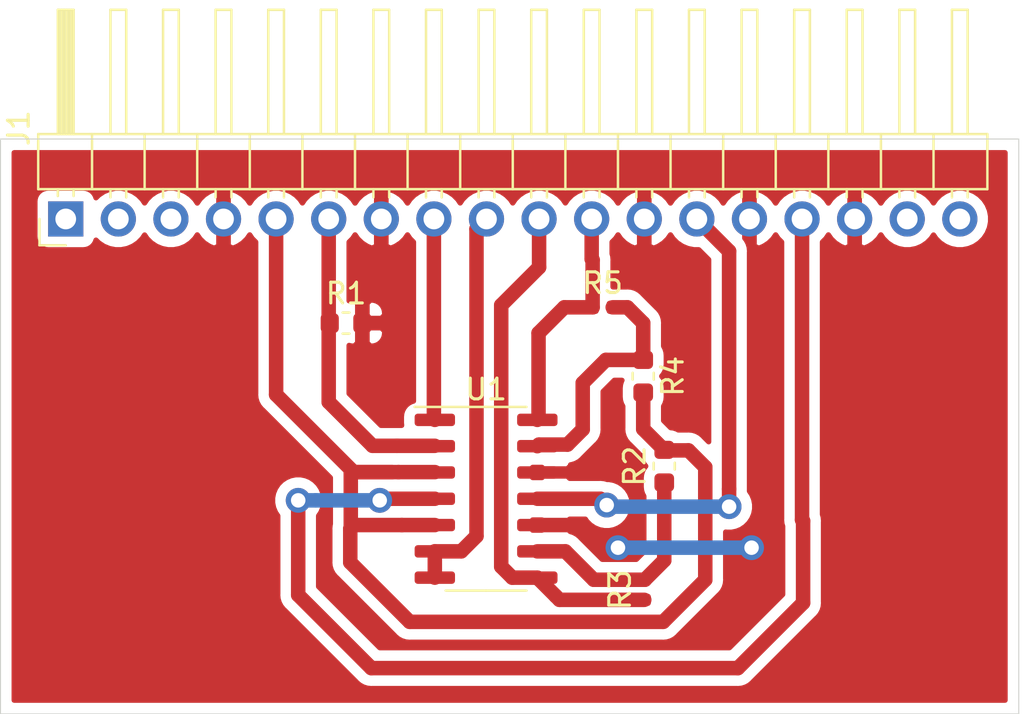
<source format=kicad_pcb>
(kicad_pcb (version 20171130) (host pcbnew 5.1.5+dfsg1-2build2)

  (general
    (thickness 1.6)
    (drawings 4)
    (tracks 89)
    (zones 0)
    (modules 7)
    (nets 17)
  )

  (page A4)
  (layers
    (0 F.Cu signal)
    (31 B.Cu signal)
    (32 B.Adhes user)
    (33 F.Adhes user)
    (34 B.Paste user)
    (35 F.Paste user)
    (36 B.SilkS user)
    (37 F.SilkS user)
    (38 B.Mask user)
    (39 F.Mask user)
    (40 Dwgs.User user)
    (41 Cmts.User user)
    (42 Eco1.User user)
    (43 Eco2.User user)
    (44 Edge.Cuts user)
    (45 Margin user)
    (46 B.CrtYd user)
    (47 F.CrtYd user)
    (48 B.Fab user)
    (49 F.Fab user)
  )

  (setup
    (last_trace_width 0.7)
    (user_trace_width 0.7)
    (trace_clearance 0.2)
    (zone_clearance 0.508)
    (zone_45_only no)
    (trace_min 0.2)
    (via_size 0.8)
    (via_drill 0.4)
    (via_min_size 0.4)
    (via_min_drill 0.3)
    (user_via 1.2 0.7)
    (uvia_size 0.3)
    (uvia_drill 0.1)
    (uvias_allowed no)
    (uvia_min_size 0.2)
    (uvia_min_drill 0.1)
    (edge_width 0.05)
    (segment_width 0.2)
    (pcb_text_width 0.3)
    (pcb_text_size 1.5 1.5)
    (mod_edge_width 0.12)
    (mod_text_size 1 1)
    (mod_text_width 0.15)
    (pad_size 1.524 1.524)
    (pad_drill 0.762)
    (pad_to_mask_clearance 0.051)
    (solder_mask_min_width 0.25)
    (aux_axis_origin 0 0)
    (visible_elements FFFFFF7F)
    (pcbplotparams
      (layerselection 0x010fc_ffffffff)
      (usegerberextensions false)
      (usegerberattributes false)
      (usegerberadvancedattributes false)
      (creategerberjobfile false)
      (excludeedgelayer true)
      (linewidth 0.100000)
      (plotframeref false)
      (viasonmask false)
      (mode 1)
      (useauxorigin false)
      (hpglpennumber 1)
      (hpglpenspeed 20)
      (hpglpendiameter 15.000000)
      (psnegative false)
      (psa4output false)
      (plotreference true)
      (plotvalue true)
      (plotinvisibletext false)
      (padsonsilk false)
      (subtractmaskfromsilk false)
      (outputformat 1)
      (mirror false)
      (drillshape 0)
      (scaleselection 1)
      (outputdirectory "gerber_CMS_Ampli"))
  )

  (net 0 "")
  (net 1 "Net-(J1-Pad1)")
  (net 2 "Net-(J1-Pad2)")
  (net 3 "Net-(J1-Pad3)")
  (net 4 GND)
  (net 5 IN1)
  (net 6 IN2)
  (net 7 OUT1)
  (net 8 OUT2)
  (net 9 OUT3)
  (net 10 OUT4)
  (net 11 -15V)
  (net 12 +15V)
  (net 13 5V)
  (net 14 3.3V)
  (net 15 "Net-(R2-Pad1)")
  (net 16 "Net-(R4-Pad1)")

  (net_class Default "Ceci est la Netclass par défaut."
    (clearance 0.2)
    (trace_width 0.25)
    (via_dia 0.8)
    (via_drill 0.4)
    (uvia_dia 0.3)
    (uvia_drill 0.1)
    (add_net +15V)
    (add_net -15V)
    (add_net 3.3V)
    (add_net 5V)
    (add_net GND)
    (add_net IN1)
    (add_net IN2)
    (add_net "Net-(J1-Pad1)")
    (add_net "Net-(J1-Pad2)")
    (add_net "Net-(J1-Pad3)")
    (add_net "Net-(R2-Pad1)")
    (add_net "Net-(R4-Pad1)")
    (add_net OUT1)
    (add_net OUT2)
    (add_net OUT3)
    (add_net OUT4)
  )

  (module Connector_PinHeader_2.54mm:PinHeader_1x18_P2.54mm_Horizontal (layer F.Cu) (tedit 59FED5CB) (tstamp 63404B4B)
    (at 126.365 97.79 90)
    (descr "Through hole angled pin header, 1x18, 2.54mm pitch, 6mm pin length, single row")
    (tags "Through hole angled pin header THT 1x18 2.54mm single row")
    (path /6341CD59)
    (fp_text reference J1 (at 4.385 -2.27 90) (layer F.SilkS)
      (effects (font (size 1 1) (thickness 0.15)))
    )
    (fp_text value Conn_01x18 (at 4.385 45.45 90) (layer F.Fab)
      (effects (font (size 1 1) (thickness 0.15)))
    )
    (fp_line (start 2.135 -1.27) (end 4.04 -1.27) (layer F.Fab) (width 0.1))
    (fp_line (start 4.04 -1.27) (end 4.04 44.45) (layer F.Fab) (width 0.1))
    (fp_line (start 4.04 44.45) (end 1.5 44.45) (layer F.Fab) (width 0.1))
    (fp_line (start 1.5 44.45) (end 1.5 -0.635) (layer F.Fab) (width 0.1))
    (fp_line (start 1.5 -0.635) (end 2.135 -1.27) (layer F.Fab) (width 0.1))
    (fp_line (start -0.32 -0.32) (end 1.5 -0.32) (layer F.Fab) (width 0.1))
    (fp_line (start -0.32 -0.32) (end -0.32 0.32) (layer F.Fab) (width 0.1))
    (fp_line (start -0.32 0.32) (end 1.5 0.32) (layer F.Fab) (width 0.1))
    (fp_line (start 4.04 -0.32) (end 10.04 -0.32) (layer F.Fab) (width 0.1))
    (fp_line (start 10.04 -0.32) (end 10.04 0.32) (layer F.Fab) (width 0.1))
    (fp_line (start 4.04 0.32) (end 10.04 0.32) (layer F.Fab) (width 0.1))
    (fp_line (start -0.32 2.22) (end 1.5 2.22) (layer F.Fab) (width 0.1))
    (fp_line (start -0.32 2.22) (end -0.32 2.86) (layer F.Fab) (width 0.1))
    (fp_line (start -0.32 2.86) (end 1.5 2.86) (layer F.Fab) (width 0.1))
    (fp_line (start 4.04 2.22) (end 10.04 2.22) (layer F.Fab) (width 0.1))
    (fp_line (start 10.04 2.22) (end 10.04 2.86) (layer F.Fab) (width 0.1))
    (fp_line (start 4.04 2.86) (end 10.04 2.86) (layer F.Fab) (width 0.1))
    (fp_line (start -0.32 4.76) (end 1.5 4.76) (layer F.Fab) (width 0.1))
    (fp_line (start -0.32 4.76) (end -0.32 5.4) (layer F.Fab) (width 0.1))
    (fp_line (start -0.32 5.4) (end 1.5 5.4) (layer F.Fab) (width 0.1))
    (fp_line (start 4.04 4.76) (end 10.04 4.76) (layer F.Fab) (width 0.1))
    (fp_line (start 10.04 4.76) (end 10.04 5.4) (layer F.Fab) (width 0.1))
    (fp_line (start 4.04 5.4) (end 10.04 5.4) (layer F.Fab) (width 0.1))
    (fp_line (start -0.32 7.3) (end 1.5 7.3) (layer F.Fab) (width 0.1))
    (fp_line (start -0.32 7.3) (end -0.32 7.94) (layer F.Fab) (width 0.1))
    (fp_line (start -0.32 7.94) (end 1.5 7.94) (layer F.Fab) (width 0.1))
    (fp_line (start 4.04 7.3) (end 10.04 7.3) (layer F.Fab) (width 0.1))
    (fp_line (start 10.04 7.3) (end 10.04 7.94) (layer F.Fab) (width 0.1))
    (fp_line (start 4.04 7.94) (end 10.04 7.94) (layer F.Fab) (width 0.1))
    (fp_line (start -0.32 9.84) (end 1.5 9.84) (layer F.Fab) (width 0.1))
    (fp_line (start -0.32 9.84) (end -0.32 10.48) (layer F.Fab) (width 0.1))
    (fp_line (start -0.32 10.48) (end 1.5 10.48) (layer F.Fab) (width 0.1))
    (fp_line (start 4.04 9.84) (end 10.04 9.84) (layer F.Fab) (width 0.1))
    (fp_line (start 10.04 9.84) (end 10.04 10.48) (layer F.Fab) (width 0.1))
    (fp_line (start 4.04 10.48) (end 10.04 10.48) (layer F.Fab) (width 0.1))
    (fp_line (start -0.32 12.38) (end 1.5 12.38) (layer F.Fab) (width 0.1))
    (fp_line (start -0.32 12.38) (end -0.32 13.02) (layer F.Fab) (width 0.1))
    (fp_line (start -0.32 13.02) (end 1.5 13.02) (layer F.Fab) (width 0.1))
    (fp_line (start 4.04 12.38) (end 10.04 12.38) (layer F.Fab) (width 0.1))
    (fp_line (start 10.04 12.38) (end 10.04 13.02) (layer F.Fab) (width 0.1))
    (fp_line (start 4.04 13.02) (end 10.04 13.02) (layer F.Fab) (width 0.1))
    (fp_line (start -0.32 14.92) (end 1.5 14.92) (layer F.Fab) (width 0.1))
    (fp_line (start -0.32 14.92) (end -0.32 15.56) (layer F.Fab) (width 0.1))
    (fp_line (start -0.32 15.56) (end 1.5 15.56) (layer F.Fab) (width 0.1))
    (fp_line (start 4.04 14.92) (end 10.04 14.92) (layer F.Fab) (width 0.1))
    (fp_line (start 10.04 14.92) (end 10.04 15.56) (layer F.Fab) (width 0.1))
    (fp_line (start 4.04 15.56) (end 10.04 15.56) (layer F.Fab) (width 0.1))
    (fp_line (start -0.32 17.46) (end 1.5 17.46) (layer F.Fab) (width 0.1))
    (fp_line (start -0.32 17.46) (end -0.32 18.1) (layer F.Fab) (width 0.1))
    (fp_line (start -0.32 18.1) (end 1.5 18.1) (layer F.Fab) (width 0.1))
    (fp_line (start 4.04 17.46) (end 10.04 17.46) (layer F.Fab) (width 0.1))
    (fp_line (start 10.04 17.46) (end 10.04 18.1) (layer F.Fab) (width 0.1))
    (fp_line (start 4.04 18.1) (end 10.04 18.1) (layer F.Fab) (width 0.1))
    (fp_line (start -0.32 20) (end 1.5 20) (layer F.Fab) (width 0.1))
    (fp_line (start -0.32 20) (end -0.32 20.64) (layer F.Fab) (width 0.1))
    (fp_line (start -0.32 20.64) (end 1.5 20.64) (layer F.Fab) (width 0.1))
    (fp_line (start 4.04 20) (end 10.04 20) (layer F.Fab) (width 0.1))
    (fp_line (start 10.04 20) (end 10.04 20.64) (layer F.Fab) (width 0.1))
    (fp_line (start 4.04 20.64) (end 10.04 20.64) (layer F.Fab) (width 0.1))
    (fp_line (start -0.32 22.54) (end 1.5 22.54) (layer F.Fab) (width 0.1))
    (fp_line (start -0.32 22.54) (end -0.32 23.18) (layer F.Fab) (width 0.1))
    (fp_line (start -0.32 23.18) (end 1.5 23.18) (layer F.Fab) (width 0.1))
    (fp_line (start 4.04 22.54) (end 10.04 22.54) (layer F.Fab) (width 0.1))
    (fp_line (start 10.04 22.54) (end 10.04 23.18) (layer F.Fab) (width 0.1))
    (fp_line (start 4.04 23.18) (end 10.04 23.18) (layer F.Fab) (width 0.1))
    (fp_line (start -0.32 25.08) (end 1.5 25.08) (layer F.Fab) (width 0.1))
    (fp_line (start -0.32 25.08) (end -0.32 25.72) (layer F.Fab) (width 0.1))
    (fp_line (start -0.32 25.72) (end 1.5 25.72) (layer F.Fab) (width 0.1))
    (fp_line (start 4.04 25.08) (end 10.04 25.08) (layer F.Fab) (width 0.1))
    (fp_line (start 10.04 25.08) (end 10.04 25.72) (layer F.Fab) (width 0.1))
    (fp_line (start 4.04 25.72) (end 10.04 25.72) (layer F.Fab) (width 0.1))
    (fp_line (start -0.32 27.62) (end 1.5 27.62) (layer F.Fab) (width 0.1))
    (fp_line (start -0.32 27.62) (end -0.32 28.26) (layer F.Fab) (width 0.1))
    (fp_line (start -0.32 28.26) (end 1.5 28.26) (layer F.Fab) (width 0.1))
    (fp_line (start 4.04 27.62) (end 10.04 27.62) (layer F.Fab) (width 0.1))
    (fp_line (start 10.04 27.62) (end 10.04 28.26) (layer F.Fab) (width 0.1))
    (fp_line (start 4.04 28.26) (end 10.04 28.26) (layer F.Fab) (width 0.1))
    (fp_line (start -0.32 30.16) (end 1.5 30.16) (layer F.Fab) (width 0.1))
    (fp_line (start -0.32 30.16) (end -0.32 30.8) (layer F.Fab) (width 0.1))
    (fp_line (start -0.32 30.8) (end 1.5 30.8) (layer F.Fab) (width 0.1))
    (fp_line (start 4.04 30.16) (end 10.04 30.16) (layer F.Fab) (width 0.1))
    (fp_line (start 10.04 30.16) (end 10.04 30.8) (layer F.Fab) (width 0.1))
    (fp_line (start 4.04 30.8) (end 10.04 30.8) (layer F.Fab) (width 0.1))
    (fp_line (start -0.32 32.7) (end 1.5 32.7) (layer F.Fab) (width 0.1))
    (fp_line (start -0.32 32.7) (end -0.32 33.34) (layer F.Fab) (width 0.1))
    (fp_line (start -0.32 33.34) (end 1.5 33.34) (layer F.Fab) (width 0.1))
    (fp_line (start 4.04 32.7) (end 10.04 32.7) (layer F.Fab) (width 0.1))
    (fp_line (start 10.04 32.7) (end 10.04 33.34) (layer F.Fab) (width 0.1))
    (fp_line (start 4.04 33.34) (end 10.04 33.34) (layer F.Fab) (width 0.1))
    (fp_line (start -0.32 35.24) (end 1.5 35.24) (layer F.Fab) (width 0.1))
    (fp_line (start -0.32 35.24) (end -0.32 35.88) (layer F.Fab) (width 0.1))
    (fp_line (start -0.32 35.88) (end 1.5 35.88) (layer F.Fab) (width 0.1))
    (fp_line (start 4.04 35.24) (end 10.04 35.24) (layer F.Fab) (width 0.1))
    (fp_line (start 10.04 35.24) (end 10.04 35.88) (layer F.Fab) (width 0.1))
    (fp_line (start 4.04 35.88) (end 10.04 35.88) (layer F.Fab) (width 0.1))
    (fp_line (start -0.32 37.78) (end 1.5 37.78) (layer F.Fab) (width 0.1))
    (fp_line (start -0.32 37.78) (end -0.32 38.42) (layer F.Fab) (width 0.1))
    (fp_line (start -0.32 38.42) (end 1.5 38.42) (layer F.Fab) (width 0.1))
    (fp_line (start 4.04 37.78) (end 10.04 37.78) (layer F.Fab) (width 0.1))
    (fp_line (start 10.04 37.78) (end 10.04 38.42) (layer F.Fab) (width 0.1))
    (fp_line (start 4.04 38.42) (end 10.04 38.42) (layer F.Fab) (width 0.1))
    (fp_line (start -0.32 40.32) (end 1.5 40.32) (layer F.Fab) (width 0.1))
    (fp_line (start -0.32 40.32) (end -0.32 40.96) (layer F.Fab) (width 0.1))
    (fp_line (start -0.32 40.96) (end 1.5 40.96) (layer F.Fab) (width 0.1))
    (fp_line (start 4.04 40.32) (end 10.04 40.32) (layer F.Fab) (width 0.1))
    (fp_line (start 10.04 40.32) (end 10.04 40.96) (layer F.Fab) (width 0.1))
    (fp_line (start 4.04 40.96) (end 10.04 40.96) (layer F.Fab) (width 0.1))
    (fp_line (start -0.32 42.86) (end 1.5 42.86) (layer F.Fab) (width 0.1))
    (fp_line (start -0.32 42.86) (end -0.32 43.5) (layer F.Fab) (width 0.1))
    (fp_line (start -0.32 43.5) (end 1.5 43.5) (layer F.Fab) (width 0.1))
    (fp_line (start 4.04 42.86) (end 10.04 42.86) (layer F.Fab) (width 0.1))
    (fp_line (start 10.04 42.86) (end 10.04 43.5) (layer F.Fab) (width 0.1))
    (fp_line (start 4.04 43.5) (end 10.04 43.5) (layer F.Fab) (width 0.1))
    (fp_line (start 1.44 -1.33) (end 1.44 44.51) (layer F.SilkS) (width 0.12))
    (fp_line (start 1.44 44.51) (end 4.1 44.51) (layer F.SilkS) (width 0.12))
    (fp_line (start 4.1 44.51) (end 4.1 -1.33) (layer F.SilkS) (width 0.12))
    (fp_line (start 4.1 -1.33) (end 1.44 -1.33) (layer F.SilkS) (width 0.12))
    (fp_line (start 4.1 -0.38) (end 10.1 -0.38) (layer F.SilkS) (width 0.12))
    (fp_line (start 10.1 -0.38) (end 10.1 0.38) (layer F.SilkS) (width 0.12))
    (fp_line (start 10.1 0.38) (end 4.1 0.38) (layer F.SilkS) (width 0.12))
    (fp_line (start 4.1 -0.32) (end 10.1 -0.32) (layer F.SilkS) (width 0.12))
    (fp_line (start 4.1 -0.2) (end 10.1 -0.2) (layer F.SilkS) (width 0.12))
    (fp_line (start 4.1 -0.08) (end 10.1 -0.08) (layer F.SilkS) (width 0.12))
    (fp_line (start 4.1 0.04) (end 10.1 0.04) (layer F.SilkS) (width 0.12))
    (fp_line (start 4.1 0.16) (end 10.1 0.16) (layer F.SilkS) (width 0.12))
    (fp_line (start 4.1 0.28) (end 10.1 0.28) (layer F.SilkS) (width 0.12))
    (fp_line (start 1.11 -0.38) (end 1.44 -0.38) (layer F.SilkS) (width 0.12))
    (fp_line (start 1.11 0.38) (end 1.44 0.38) (layer F.SilkS) (width 0.12))
    (fp_line (start 1.44 1.27) (end 4.1 1.27) (layer F.SilkS) (width 0.12))
    (fp_line (start 4.1 2.16) (end 10.1 2.16) (layer F.SilkS) (width 0.12))
    (fp_line (start 10.1 2.16) (end 10.1 2.92) (layer F.SilkS) (width 0.12))
    (fp_line (start 10.1 2.92) (end 4.1 2.92) (layer F.SilkS) (width 0.12))
    (fp_line (start 1.042929 2.16) (end 1.44 2.16) (layer F.SilkS) (width 0.12))
    (fp_line (start 1.042929 2.92) (end 1.44 2.92) (layer F.SilkS) (width 0.12))
    (fp_line (start 1.44 3.81) (end 4.1 3.81) (layer F.SilkS) (width 0.12))
    (fp_line (start 4.1 4.7) (end 10.1 4.7) (layer F.SilkS) (width 0.12))
    (fp_line (start 10.1 4.7) (end 10.1 5.46) (layer F.SilkS) (width 0.12))
    (fp_line (start 10.1 5.46) (end 4.1 5.46) (layer F.SilkS) (width 0.12))
    (fp_line (start 1.042929 4.7) (end 1.44 4.7) (layer F.SilkS) (width 0.12))
    (fp_line (start 1.042929 5.46) (end 1.44 5.46) (layer F.SilkS) (width 0.12))
    (fp_line (start 1.44 6.35) (end 4.1 6.35) (layer F.SilkS) (width 0.12))
    (fp_line (start 4.1 7.24) (end 10.1 7.24) (layer F.SilkS) (width 0.12))
    (fp_line (start 10.1 7.24) (end 10.1 8) (layer F.SilkS) (width 0.12))
    (fp_line (start 10.1 8) (end 4.1 8) (layer F.SilkS) (width 0.12))
    (fp_line (start 1.042929 7.24) (end 1.44 7.24) (layer F.SilkS) (width 0.12))
    (fp_line (start 1.042929 8) (end 1.44 8) (layer F.SilkS) (width 0.12))
    (fp_line (start 1.44 8.89) (end 4.1 8.89) (layer F.SilkS) (width 0.12))
    (fp_line (start 4.1 9.78) (end 10.1 9.78) (layer F.SilkS) (width 0.12))
    (fp_line (start 10.1 9.78) (end 10.1 10.54) (layer F.SilkS) (width 0.12))
    (fp_line (start 10.1 10.54) (end 4.1 10.54) (layer F.SilkS) (width 0.12))
    (fp_line (start 1.042929 9.78) (end 1.44 9.78) (layer F.SilkS) (width 0.12))
    (fp_line (start 1.042929 10.54) (end 1.44 10.54) (layer F.SilkS) (width 0.12))
    (fp_line (start 1.44 11.43) (end 4.1 11.43) (layer F.SilkS) (width 0.12))
    (fp_line (start 4.1 12.32) (end 10.1 12.32) (layer F.SilkS) (width 0.12))
    (fp_line (start 10.1 12.32) (end 10.1 13.08) (layer F.SilkS) (width 0.12))
    (fp_line (start 10.1 13.08) (end 4.1 13.08) (layer F.SilkS) (width 0.12))
    (fp_line (start 1.042929 12.32) (end 1.44 12.32) (layer F.SilkS) (width 0.12))
    (fp_line (start 1.042929 13.08) (end 1.44 13.08) (layer F.SilkS) (width 0.12))
    (fp_line (start 1.44 13.97) (end 4.1 13.97) (layer F.SilkS) (width 0.12))
    (fp_line (start 4.1 14.86) (end 10.1 14.86) (layer F.SilkS) (width 0.12))
    (fp_line (start 10.1 14.86) (end 10.1 15.62) (layer F.SilkS) (width 0.12))
    (fp_line (start 10.1 15.62) (end 4.1 15.62) (layer F.SilkS) (width 0.12))
    (fp_line (start 1.042929 14.86) (end 1.44 14.86) (layer F.SilkS) (width 0.12))
    (fp_line (start 1.042929 15.62) (end 1.44 15.62) (layer F.SilkS) (width 0.12))
    (fp_line (start 1.44 16.51) (end 4.1 16.51) (layer F.SilkS) (width 0.12))
    (fp_line (start 4.1 17.4) (end 10.1 17.4) (layer F.SilkS) (width 0.12))
    (fp_line (start 10.1 17.4) (end 10.1 18.16) (layer F.SilkS) (width 0.12))
    (fp_line (start 10.1 18.16) (end 4.1 18.16) (layer F.SilkS) (width 0.12))
    (fp_line (start 1.042929 17.4) (end 1.44 17.4) (layer F.SilkS) (width 0.12))
    (fp_line (start 1.042929 18.16) (end 1.44 18.16) (layer F.SilkS) (width 0.12))
    (fp_line (start 1.44 19.05) (end 4.1 19.05) (layer F.SilkS) (width 0.12))
    (fp_line (start 4.1 19.94) (end 10.1 19.94) (layer F.SilkS) (width 0.12))
    (fp_line (start 10.1 19.94) (end 10.1 20.7) (layer F.SilkS) (width 0.12))
    (fp_line (start 10.1 20.7) (end 4.1 20.7) (layer F.SilkS) (width 0.12))
    (fp_line (start 1.042929 19.94) (end 1.44 19.94) (layer F.SilkS) (width 0.12))
    (fp_line (start 1.042929 20.7) (end 1.44 20.7) (layer F.SilkS) (width 0.12))
    (fp_line (start 1.44 21.59) (end 4.1 21.59) (layer F.SilkS) (width 0.12))
    (fp_line (start 4.1 22.48) (end 10.1 22.48) (layer F.SilkS) (width 0.12))
    (fp_line (start 10.1 22.48) (end 10.1 23.24) (layer F.SilkS) (width 0.12))
    (fp_line (start 10.1 23.24) (end 4.1 23.24) (layer F.SilkS) (width 0.12))
    (fp_line (start 1.042929 22.48) (end 1.44 22.48) (layer F.SilkS) (width 0.12))
    (fp_line (start 1.042929 23.24) (end 1.44 23.24) (layer F.SilkS) (width 0.12))
    (fp_line (start 1.44 24.13) (end 4.1 24.13) (layer F.SilkS) (width 0.12))
    (fp_line (start 4.1 25.02) (end 10.1 25.02) (layer F.SilkS) (width 0.12))
    (fp_line (start 10.1 25.02) (end 10.1 25.78) (layer F.SilkS) (width 0.12))
    (fp_line (start 10.1 25.78) (end 4.1 25.78) (layer F.SilkS) (width 0.12))
    (fp_line (start 1.042929 25.02) (end 1.44 25.02) (layer F.SilkS) (width 0.12))
    (fp_line (start 1.042929 25.78) (end 1.44 25.78) (layer F.SilkS) (width 0.12))
    (fp_line (start 1.44 26.67) (end 4.1 26.67) (layer F.SilkS) (width 0.12))
    (fp_line (start 4.1 27.56) (end 10.1 27.56) (layer F.SilkS) (width 0.12))
    (fp_line (start 10.1 27.56) (end 10.1 28.32) (layer F.SilkS) (width 0.12))
    (fp_line (start 10.1 28.32) (end 4.1 28.32) (layer F.SilkS) (width 0.12))
    (fp_line (start 1.042929 27.56) (end 1.44 27.56) (layer F.SilkS) (width 0.12))
    (fp_line (start 1.042929 28.32) (end 1.44 28.32) (layer F.SilkS) (width 0.12))
    (fp_line (start 1.44 29.21) (end 4.1 29.21) (layer F.SilkS) (width 0.12))
    (fp_line (start 4.1 30.1) (end 10.1 30.1) (layer F.SilkS) (width 0.12))
    (fp_line (start 10.1 30.1) (end 10.1 30.86) (layer F.SilkS) (width 0.12))
    (fp_line (start 10.1 30.86) (end 4.1 30.86) (layer F.SilkS) (width 0.12))
    (fp_line (start 1.042929 30.1) (end 1.44 30.1) (layer F.SilkS) (width 0.12))
    (fp_line (start 1.042929 30.86) (end 1.44 30.86) (layer F.SilkS) (width 0.12))
    (fp_line (start 1.44 31.75) (end 4.1 31.75) (layer F.SilkS) (width 0.12))
    (fp_line (start 4.1 32.64) (end 10.1 32.64) (layer F.SilkS) (width 0.12))
    (fp_line (start 10.1 32.64) (end 10.1 33.4) (layer F.SilkS) (width 0.12))
    (fp_line (start 10.1 33.4) (end 4.1 33.4) (layer F.SilkS) (width 0.12))
    (fp_line (start 1.042929 32.64) (end 1.44 32.64) (layer F.SilkS) (width 0.12))
    (fp_line (start 1.042929 33.4) (end 1.44 33.4) (layer F.SilkS) (width 0.12))
    (fp_line (start 1.44 34.29) (end 4.1 34.29) (layer F.SilkS) (width 0.12))
    (fp_line (start 4.1 35.18) (end 10.1 35.18) (layer F.SilkS) (width 0.12))
    (fp_line (start 10.1 35.18) (end 10.1 35.94) (layer F.SilkS) (width 0.12))
    (fp_line (start 10.1 35.94) (end 4.1 35.94) (layer F.SilkS) (width 0.12))
    (fp_line (start 1.042929 35.18) (end 1.44 35.18) (layer F.SilkS) (width 0.12))
    (fp_line (start 1.042929 35.94) (end 1.44 35.94) (layer F.SilkS) (width 0.12))
    (fp_line (start 1.44 36.83) (end 4.1 36.83) (layer F.SilkS) (width 0.12))
    (fp_line (start 4.1 37.72) (end 10.1 37.72) (layer F.SilkS) (width 0.12))
    (fp_line (start 10.1 37.72) (end 10.1 38.48) (layer F.SilkS) (width 0.12))
    (fp_line (start 10.1 38.48) (end 4.1 38.48) (layer F.SilkS) (width 0.12))
    (fp_line (start 1.042929 37.72) (end 1.44 37.72) (layer F.SilkS) (width 0.12))
    (fp_line (start 1.042929 38.48) (end 1.44 38.48) (layer F.SilkS) (width 0.12))
    (fp_line (start 1.44 39.37) (end 4.1 39.37) (layer F.SilkS) (width 0.12))
    (fp_line (start 4.1 40.26) (end 10.1 40.26) (layer F.SilkS) (width 0.12))
    (fp_line (start 10.1 40.26) (end 10.1 41.02) (layer F.SilkS) (width 0.12))
    (fp_line (start 10.1 41.02) (end 4.1 41.02) (layer F.SilkS) (width 0.12))
    (fp_line (start 1.042929 40.26) (end 1.44 40.26) (layer F.SilkS) (width 0.12))
    (fp_line (start 1.042929 41.02) (end 1.44 41.02) (layer F.SilkS) (width 0.12))
    (fp_line (start 1.44 41.91) (end 4.1 41.91) (layer F.SilkS) (width 0.12))
    (fp_line (start 4.1 42.8) (end 10.1 42.8) (layer F.SilkS) (width 0.12))
    (fp_line (start 10.1 42.8) (end 10.1 43.56) (layer F.SilkS) (width 0.12))
    (fp_line (start 10.1 43.56) (end 4.1 43.56) (layer F.SilkS) (width 0.12))
    (fp_line (start 1.042929 42.8) (end 1.44 42.8) (layer F.SilkS) (width 0.12))
    (fp_line (start 1.042929 43.56) (end 1.44 43.56) (layer F.SilkS) (width 0.12))
    (fp_line (start -1.27 0) (end -1.27 -1.27) (layer F.SilkS) (width 0.12))
    (fp_line (start -1.27 -1.27) (end 0 -1.27) (layer F.SilkS) (width 0.12))
    (fp_line (start -1.8 -1.8) (end -1.8 44.95) (layer F.CrtYd) (width 0.05))
    (fp_line (start -1.8 44.95) (end 10.55 44.95) (layer F.CrtYd) (width 0.05))
    (fp_line (start 10.55 44.95) (end 10.55 -1.8) (layer F.CrtYd) (width 0.05))
    (fp_line (start 10.55 -1.8) (end -1.8 -1.8) (layer F.CrtYd) (width 0.05))
    (fp_text user %R (at 2.77 21.59) (layer F.Fab)
      (effects (font (size 1 1) (thickness 0.15)))
    )
    (pad 1 thru_hole rect (at 0 0 90) (size 1.7 1.7) (drill 1) (layers *.Cu *.Mask)
      (net 1 "Net-(J1-Pad1)"))
    (pad 2 thru_hole oval (at 0 2.54 90) (size 1.7 1.7) (drill 1) (layers *.Cu *.Mask)
      (net 2 "Net-(J1-Pad2)"))
    (pad 3 thru_hole oval (at 0 5.08 90) (size 1.7 1.7) (drill 1) (layers *.Cu *.Mask)
      (net 3 "Net-(J1-Pad3)"))
    (pad 4 thru_hole oval (at 0 7.62 90) (size 1.7 1.7) (drill 1) (layers *.Cu *.Mask)
      (net 4 GND))
    (pad 5 thru_hole oval (at 0 10.16 90) (size 1.7 1.7) (drill 1) (layers *.Cu *.Mask)
      (net 5 IN1))
    (pad 6 thru_hole oval (at 0 12.7 90) (size 1.7 1.7) (drill 1) (layers *.Cu *.Mask)
      (net 6 IN2))
    (pad 7 thru_hole oval (at 0 15.24 90) (size 1.7 1.7) (drill 1) (layers *.Cu *.Mask)
      (net 4 GND))
    (pad 8 thru_hole oval (at 0 17.78 90) (size 1.7 1.7) (drill 1) (layers *.Cu *.Mask)
      (net 7 OUT1))
    (pad 9 thru_hole oval (at 0 20.32 90) (size 1.7 1.7) (drill 1) (layers *.Cu *.Mask)
      (net 8 OUT2))
    (pad 10 thru_hole oval (at 0 22.86 90) (size 1.7 1.7) (drill 1) (layers *.Cu *.Mask)
      (net 9 OUT3))
    (pad 11 thru_hole oval (at 0 25.4 90) (size 1.7 1.7) (drill 1) (layers *.Cu *.Mask)
      (net 10 OUT4))
    (pad 12 thru_hole oval (at 0 27.94 90) (size 1.7 1.7) (drill 1) (layers *.Cu *.Mask)
      (net 4 GND))
    (pad 13 thru_hole oval (at 0 30.48 90) (size 1.7 1.7) (drill 1) (layers *.Cu *.Mask)
      (net 11 -15V))
    (pad 14 thru_hole oval (at 0 33.02 90) (size 1.7 1.7) (drill 1) (layers *.Cu *.Mask)
      (net 4 GND))
    (pad 15 thru_hole oval (at 0 35.56 90) (size 1.7 1.7) (drill 1) (layers *.Cu *.Mask)
      (net 12 +15V))
    (pad 16 thru_hole oval (at 0 38.1 90) (size 1.7 1.7) (drill 1) (layers *.Cu *.Mask)
      (net 4 GND))
    (pad 17 thru_hole oval (at 0 40.64 90) (size 1.7 1.7) (drill 1) (layers *.Cu *.Mask)
      (net 13 5V))
    (pad 18 thru_hole oval (at 0 43.18 90) (size 1.7 1.7) (drill 1) (layers *.Cu *.Mask)
      (net 14 3.3V))
    (model ${KISYS3DMOD}/Connector_PinHeader_2.54mm.3dshapes/PinHeader_1x18_P2.54mm_Horizontal.wrl
      (at (xyz 0 0 0))
      (scale (xyz 1 1 1))
      (rotate (xyz 0 0 0))
    )
  )

  (module Resistor_SMD:R_0603_1608Metric (layer F.Cu) (tedit 5B301BBD) (tstamp 63404B5C)
    (at 139.9031 102.8192)
    (descr "Resistor SMD 0603 (1608 Metric), square (rectangular) end terminal, IPC_7351 nominal, (Body size source: http://www.tortai-tech.com/upload/download/2011102023233369053.pdf), generated with kicad-footprint-generator")
    (tags resistor)
    (path /63443E87)
    (attr smd)
    (fp_text reference R1 (at 0 -1.43) (layer F.SilkS)
      (effects (font (size 1 1) (thickness 0.15)))
    )
    (fp_text value 1k (at 0 1.43) (layer F.Fab)
      (effects (font (size 1 1) (thickness 0.15)))
    )
    (fp_line (start -0.8 0.4) (end -0.8 -0.4) (layer F.Fab) (width 0.1))
    (fp_line (start -0.8 -0.4) (end 0.8 -0.4) (layer F.Fab) (width 0.1))
    (fp_line (start 0.8 -0.4) (end 0.8 0.4) (layer F.Fab) (width 0.1))
    (fp_line (start 0.8 0.4) (end -0.8 0.4) (layer F.Fab) (width 0.1))
    (fp_line (start -0.162779 -0.51) (end 0.162779 -0.51) (layer F.SilkS) (width 0.12))
    (fp_line (start -0.162779 0.51) (end 0.162779 0.51) (layer F.SilkS) (width 0.12))
    (fp_line (start -1.48 0.73) (end -1.48 -0.73) (layer F.CrtYd) (width 0.05))
    (fp_line (start -1.48 -0.73) (end 1.48 -0.73) (layer F.CrtYd) (width 0.05))
    (fp_line (start 1.48 -0.73) (end 1.48 0.73) (layer F.CrtYd) (width 0.05))
    (fp_line (start 1.48 0.73) (end -1.48 0.73) (layer F.CrtYd) (width 0.05))
    (fp_text user %R (at 0 0) (layer F.Fab)
      (effects (font (size 0.4 0.4) (thickness 0.06)))
    )
    (pad 1 smd roundrect (at -0.7875 0) (size 0.875 0.95) (layers F.Cu F.Paste F.Mask) (roundrect_rratio 0.25)
      (net 6 IN2))
    (pad 2 smd roundrect (at 0.7875 0) (size 0.875 0.95) (layers F.Cu F.Paste F.Mask) (roundrect_rratio 0.25)
      (net 4 GND))
    (model ${KISYS3DMOD}/Resistor_SMD.3dshapes/R_0603_1608Metric.wrl
      (at (xyz 0 0 0))
      (scale (xyz 1 1 1))
      (rotate (xyz 0 0 0))
    )
  )

  (module Resistor_SMD:R_0603_1608Metric (layer F.Cu) (tedit 5B301BBD) (tstamp 63404B6D)
    (at 155.2702 109.7279 90)
    (descr "Resistor SMD 0603 (1608 Metric), square (rectangular) end terminal, IPC_7351 nominal, (Body size source: http://www.tortai-tech.com/upload/download/2011102023233369053.pdf), generated with kicad-footprint-generator")
    (tags resistor)
    (path /634AB9AC)
    (attr smd)
    (fp_text reference R2 (at 0 -1.43 90) (layer F.SilkS)
      (effects (font (size 1 1) (thickness 0.15)))
    )
    (fp_text value 1k (at 0 1.43 90) (layer F.Fab)
      (effects (font (size 1 1) (thickness 0.15)))
    )
    (fp_text user %R (at 0.0001 0 90) (layer F.Fab)
      (effects (font (size 0.4 0.4) (thickness 0.06)))
    )
    (fp_line (start 1.48 0.73) (end -1.48 0.73) (layer F.CrtYd) (width 0.05))
    (fp_line (start 1.48 -0.73) (end 1.48 0.73) (layer F.CrtYd) (width 0.05))
    (fp_line (start -1.48 -0.73) (end 1.48 -0.73) (layer F.CrtYd) (width 0.05))
    (fp_line (start -1.48 0.73) (end -1.48 -0.73) (layer F.CrtYd) (width 0.05))
    (fp_line (start -0.162779 0.51) (end 0.162779 0.51) (layer F.SilkS) (width 0.12))
    (fp_line (start -0.162779 -0.51) (end 0.162779 -0.51) (layer F.SilkS) (width 0.12))
    (fp_line (start 0.8 0.4) (end -0.8 0.4) (layer F.Fab) (width 0.1))
    (fp_line (start 0.8 -0.4) (end 0.8 0.4) (layer F.Fab) (width 0.1))
    (fp_line (start -0.8 -0.4) (end 0.8 -0.4) (layer F.Fab) (width 0.1))
    (fp_line (start -0.8 0.4) (end -0.8 -0.4) (layer F.Fab) (width 0.1))
    (pad 2 smd roundrect (at 0.7875 0 90) (size 0.875 0.95) (layers F.Cu F.Paste F.Mask) (roundrect_rratio 0.25)
      (net 5 IN1))
    (pad 1 smd roundrect (at -0.7875 0 90) (size 0.875 0.95) (layers F.Cu F.Paste F.Mask) (roundrect_rratio 0.25)
      (net 15 "Net-(R2-Pad1)"))
    (model ${KISYS3DMOD}/Resistor_SMD.3dshapes/R_0603_1608Metric.wrl
      (at (xyz 0 0 0))
      (scale (xyz 1 1 1))
      (rotate (xyz 0 0 0))
    )
  )

  (module Resistor_SMD:R_0402_1005Metric (layer F.Cu) (tedit 5B301BBD) (tstamp 63404B7C)
    (at 154.305 115.6994 90)
    (descr "Resistor SMD 0402 (1005 Metric), square (rectangular) end terminal, IPC_7351 nominal, (Body size source: http://www.tortai-tech.com/upload/download/2011102023233369053.pdf), generated with kicad-footprint-generator")
    (tags resistor)
    (path /6343EA96)
    (attr smd)
    (fp_text reference R3 (at 0 -1.17 90) (layer F.SilkS)
      (effects (font (size 1 1) (thickness 0.15)))
    )
    (fp_text value 10k (at 0 1.17 90) (layer F.Fab)
      (effects (font (size 1 1) (thickness 0.15)))
    )
    (fp_line (start -0.5 0.25) (end -0.5 -0.25) (layer F.Fab) (width 0.1))
    (fp_line (start -0.5 -0.25) (end 0.5 -0.25) (layer F.Fab) (width 0.1))
    (fp_line (start 0.5 -0.25) (end 0.5 0.25) (layer F.Fab) (width 0.1))
    (fp_line (start 0.5 0.25) (end -0.5 0.25) (layer F.Fab) (width 0.1))
    (fp_line (start -0.93 0.47) (end -0.93 -0.47) (layer F.CrtYd) (width 0.05))
    (fp_line (start -0.93 -0.47) (end 0.93 -0.47) (layer F.CrtYd) (width 0.05))
    (fp_line (start 0.93 -0.47) (end 0.93 0.47) (layer F.CrtYd) (width 0.05))
    (fp_line (start 0.93 0.47) (end -0.93 0.47) (layer F.CrtYd) (width 0.05))
    (fp_text user %R (at 0 0 90) (layer F.Fab)
      (effects (font (size 0.25 0.25) (thickness 0.04)))
    )
    (pad 1 smd roundrect (at -0.485 0 90) (size 0.59 0.64) (layers F.Cu F.Paste F.Mask) (roundrect_rratio 0.25)
      (net 9 OUT3))
    (pad 2 smd roundrect (at 0.485 0 90) (size 0.59 0.64) (layers F.Cu F.Paste F.Mask) (roundrect_rratio 0.25)
      (net 15 "Net-(R2-Pad1)"))
    (model ${KISYS3DMOD}/Resistor_SMD.3dshapes/R_0402_1005Metric.wrl
      (at (xyz 0 0 0))
      (scale (xyz 1 1 1))
      (rotate (xyz 0 0 0))
    )
  )

  (module Resistor_SMD:R_0603_1608Metric (layer F.Cu) (tedit 5B301BBD) (tstamp 63404B8D)
    (at 154.2542 105.3845 270)
    (descr "Resistor SMD 0603 (1608 Metric), square (rectangular) end terminal, IPC_7351 nominal, (Body size source: http://www.tortai-tech.com/upload/download/2011102023233369053.pdf), generated with kicad-footprint-generator")
    (tags resistor)
    (path /634D18EE)
    (attr smd)
    (fp_text reference R4 (at 0 -1.43 90) (layer F.SilkS)
      (effects (font (size 1 1) (thickness 0.15)))
    )
    (fp_text value 1k (at 0 1.43 90) (layer F.Fab)
      (effects (font (size 1 1) (thickness 0.15)))
    )
    (fp_line (start -0.8 0.4) (end -0.8 -0.4) (layer F.Fab) (width 0.1))
    (fp_line (start -0.8 -0.4) (end 0.8 -0.4) (layer F.Fab) (width 0.1))
    (fp_line (start 0.8 -0.4) (end 0.8 0.4) (layer F.Fab) (width 0.1))
    (fp_line (start 0.8 0.4) (end -0.8 0.4) (layer F.Fab) (width 0.1))
    (fp_line (start -0.162779 -0.51) (end 0.162779 -0.51) (layer F.SilkS) (width 0.12))
    (fp_line (start -0.162779 0.51) (end 0.162779 0.51) (layer F.SilkS) (width 0.12))
    (fp_line (start -1.48 0.73) (end -1.48 -0.73) (layer F.CrtYd) (width 0.05))
    (fp_line (start -1.48 -0.73) (end 1.48 -0.73) (layer F.CrtYd) (width 0.05))
    (fp_line (start 1.48 -0.73) (end 1.48 0.73) (layer F.CrtYd) (width 0.05))
    (fp_line (start 1.48 0.73) (end -1.48 0.73) (layer F.CrtYd) (width 0.05))
    (fp_text user %R (at 0 0 90) (layer F.Fab)
      (effects (font (size 0.4 0.4) (thickness 0.06)))
    )
    (pad 1 smd roundrect (at -0.7875 0 270) (size 0.875 0.95) (layers F.Cu F.Paste F.Mask) (roundrect_rratio 0.25)
      (net 16 "Net-(R4-Pad1)"))
    (pad 2 smd roundrect (at 0.7875 0 270) (size 0.875 0.95) (layers F.Cu F.Paste F.Mask) (roundrect_rratio 0.25)
      (net 5 IN1))
    (model ${KISYS3DMOD}/Resistor_SMD.3dshapes/R_0603_1608Metric.wrl
      (at (xyz 0 0 0))
      (scale (xyz 1 1 1))
      (rotate (xyz 0 0 0))
    )
  )

  (module Resistor_SMD:R_0402_1005Metric (layer F.Cu) (tedit 5B301BBD) (tstamp 63404B9C)
    (at 152.296 102.0572)
    (descr "Resistor SMD 0402 (1005 Metric), square (rectangular) end terminal, IPC_7351 nominal, (Body size source: http://www.tortai-tech.com/upload/download/2011102023233369053.pdf), generated with kicad-footprint-generator")
    (tags resistor)
    (path /634D016C)
    (attr smd)
    (fp_text reference R5 (at 0 -1.17) (layer F.SilkS)
      (effects (font (size 1 1) (thickness 0.15)))
    )
    (fp_text value 100k (at 0 1.17) (layer F.Fab)
      (effects (font (size 1 1) (thickness 0.15)))
    )
    (fp_text user %R (at 0 0) (layer F.Fab)
      (effects (font (size 0.25 0.25) (thickness 0.04)))
    )
    (fp_line (start 0.93 0.47) (end -0.93 0.47) (layer F.CrtYd) (width 0.05))
    (fp_line (start 0.93 -0.47) (end 0.93 0.47) (layer F.CrtYd) (width 0.05))
    (fp_line (start -0.93 -0.47) (end 0.93 -0.47) (layer F.CrtYd) (width 0.05))
    (fp_line (start -0.93 0.47) (end -0.93 -0.47) (layer F.CrtYd) (width 0.05))
    (fp_line (start 0.5 0.25) (end -0.5 0.25) (layer F.Fab) (width 0.1))
    (fp_line (start 0.5 -0.25) (end 0.5 0.25) (layer F.Fab) (width 0.1))
    (fp_line (start -0.5 -0.25) (end 0.5 -0.25) (layer F.Fab) (width 0.1))
    (fp_line (start -0.5 0.25) (end -0.5 -0.25) (layer F.Fab) (width 0.1))
    (pad 2 smd roundrect (at 0.485 0) (size 0.59 0.64) (layers F.Cu F.Paste F.Mask) (roundrect_rratio 0.25)
      (net 16 "Net-(R4-Pad1)"))
    (pad 1 smd roundrect (at -0.485 0) (size 0.59 0.64) (layers F.Cu F.Paste F.Mask) (roundrect_rratio 0.25)
      (net 10 OUT4))
    (model ${KISYS3DMOD}/Resistor_SMD.3dshapes/R_0402_1005Metric.wrl
      (at (xyz 0 0 0))
      (scale (xyz 1 1 1))
      (rotate (xyz 0 0 0))
    )
  )

  (module Package_SO:SOIC-14_3.9x8.7mm_P1.27mm (layer F.Cu) (tedit 5D9F72B1) (tstamp 63404BBC)
    (at 146.665001 111.3028)
    (descr "SOIC, 14 Pin (JEDEC MS-012AB, https://www.analog.com/media/en/package-pcb-resources/package/pkg_pdf/soic_narrow-r/r_14.pdf), generated with kicad-footprint-generator ipc_gullwing_generator.py")
    (tags "SOIC SO")
    (path /633FE88C)
    (attr smd)
    (fp_text reference U1 (at 0 -5.28) (layer F.SilkS)
      (effects (font (size 1 1) (thickness 0.15)))
    )
    (fp_text value TL084 (at 0 5.28) (layer F.Fab)
      (effects (font (size 1 1) (thickness 0.15)))
    )
    (fp_line (start 0 4.435) (end 1.95 4.435) (layer F.SilkS) (width 0.12))
    (fp_line (start 0 4.435) (end -1.95 4.435) (layer F.SilkS) (width 0.12))
    (fp_line (start 0 -4.435) (end 1.95 -4.435) (layer F.SilkS) (width 0.12))
    (fp_line (start 0 -4.435) (end -3.45 -4.435) (layer F.SilkS) (width 0.12))
    (fp_line (start -0.975 -4.325) (end 1.95 -4.325) (layer F.Fab) (width 0.1))
    (fp_line (start 1.95 -4.325) (end 1.95 4.325) (layer F.Fab) (width 0.1))
    (fp_line (start 1.95 4.325) (end -1.95 4.325) (layer F.Fab) (width 0.1))
    (fp_line (start -1.95 4.325) (end -1.95 -3.35) (layer F.Fab) (width 0.1))
    (fp_line (start -1.95 -3.35) (end -0.975 -4.325) (layer F.Fab) (width 0.1))
    (fp_line (start -3.7 -4.58) (end -3.7 4.58) (layer F.CrtYd) (width 0.05))
    (fp_line (start -3.7 4.58) (end 3.7 4.58) (layer F.CrtYd) (width 0.05))
    (fp_line (start 3.7 4.58) (end 3.7 -4.58) (layer F.CrtYd) (width 0.05))
    (fp_line (start 3.7 -4.58) (end -3.7 -4.58) (layer F.CrtYd) (width 0.05))
    (fp_text user %R (at 0 0) (layer F.Fab)
      (effects (font (size 0.98 0.98) (thickness 0.15)))
    )
    (pad 1 smd roundrect (at -2.475 -3.81) (size 1.95 0.6) (layers F.Cu F.Paste F.Mask) (roundrect_rratio 0.25)
      (net 7 OUT1))
    (pad 2 smd roundrect (at -2.475 -2.54) (size 1.95 0.6) (layers F.Cu F.Paste F.Mask) (roundrect_rratio 0.25)
      (net 6 IN2))
    (pad 3 smd roundrect (at -2.475 -1.27) (size 1.95 0.6) (layers F.Cu F.Paste F.Mask) (roundrect_rratio 0.25)
      (net 5 IN1))
    (pad 4 smd roundrect (at -2.475 0) (size 1.95 0.6) (layers F.Cu F.Paste F.Mask) (roundrect_rratio 0.25)
      (net 12 +15V))
    (pad 5 smd roundrect (at -2.475 1.27) (size 1.95 0.6) (layers F.Cu F.Paste F.Mask) (roundrect_rratio 0.25)
      (net 5 IN1))
    (pad 6 smd roundrect (at -2.475 2.54) (size 1.95 0.6) (layers F.Cu F.Paste F.Mask) (roundrect_rratio 0.25)
      (net 8 OUT2))
    (pad 7 smd roundrect (at -2.475 3.81) (size 1.95 0.6) (layers F.Cu F.Paste F.Mask) (roundrect_rratio 0.25)
      (net 8 OUT2))
    (pad 8 smd roundrect (at 2.475 3.81) (size 1.95 0.6) (layers F.Cu F.Paste F.Mask) (roundrect_rratio 0.25)
      (net 9 OUT3))
    (pad 9 smd roundrect (at 2.475 2.54) (size 1.95 0.6) (layers F.Cu F.Paste F.Mask) (roundrect_rratio 0.25)
      (net 15 "Net-(R2-Pad1)"))
    (pad 10 smd roundrect (at 2.475 1.27) (size 1.95 0.6) (layers F.Cu F.Paste F.Mask) (roundrect_rratio 0.25)
      (net 4 GND))
    (pad 11 smd roundrect (at 2.475 0) (size 1.95 0.6) (layers F.Cu F.Paste F.Mask) (roundrect_rratio 0.25)
      (net 11 -15V))
    (pad 12 smd roundrect (at 2.475 -1.27) (size 1.95 0.6) (layers F.Cu F.Paste F.Mask) (roundrect_rratio 0.25)
      (net 4 GND))
    (pad 13 smd roundrect (at 2.475 -2.54) (size 1.95 0.6) (layers F.Cu F.Paste F.Mask) (roundrect_rratio 0.25)
      (net 16 "Net-(R4-Pad1)"))
    (pad 14 smd roundrect (at 2.475 -3.81) (size 1.95 0.6) (layers F.Cu F.Paste F.Mask) (roundrect_rratio 0.25)
      (net 10 OUT4))
    (model ${KISYS3DMOD}/Package_SO.3dshapes/SOIC-14_3.9x8.7mm_P1.27mm.wrl
      (at (xyz 0 0 0))
      (scale (xyz 1 1 1))
      (rotate (xyz 0 0 0))
    )
  )

  (gr_line (start 123.2154 121.6914) (end 123.2154 93.9292) (layer Edge.Cuts) (width 0.05))
  (gr_line (start 172.3898 121.6914) (end 123.2154 121.6914) (layer Edge.Cuts) (width 0.05))
  (gr_line (start 172.3898 93.9292) (end 172.3898 121.6914) (layer Edge.Cuts) (width 0.05))
  (gr_line (start 123.2154 93.9292) (end 172.3898 93.9292) (layer Edge.Cuts) (width 0.05))

  (via (at 153.035 113.665) (size 1.2) (drill 0.7) (layers F.Cu B.Cu) (net 4))
  (segment (start 153.035 113.665) (end 159.4866 113.665) (width 0.7) (layer B.Cu) (net 4))
  (via (at 159.4866 113.665) (size 1.2) (drill 0.7) (layers F.Cu B.Cu) (net 4))
  (segment (start 153.0096 113.6396) (end 153.035 113.665) (width 0.7) (layer F.Cu) (net 4))
  (segment (start 152.1714 113.6396) (end 153.0096 113.6396) (width 0.7) (layer F.Cu) (net 4))
  (segment (start 151.1046 112.5728) (end 152.1714 113.6396) (width 0.7) (layer F.Cu) (net 4))
  (segment (start 149.140001 112.5728) (end 151.1046 112.5728) (width 0.7) (layer F.Cu) (net 4))
  (segment (start 142.5956 112.5728) (end 144.190001 112.5728) (width 0.7) (layer F.Cu) (net 5))
  (segment (start 140.2842 112.5728) (end 142.5956 112.5728) (width 0.7) (layer F.Cu) (net 5))
  (segment (start 140.1318 112.7252) (end 140.2842 112.5728) (width 0.7) (layer F.Cu) (net 5))
  (segment (start 140.1318 110.015001) (end 140.1318 112.7252) (width 0.7) (layer F.Cu) (net 5))
  (segment (start 142.120601 110.015001) (end 140.1318 110.015001) (width 0.7) (layer F.Cu) (net 5))
  (segment (start 155.2194 117.2464) (end 142.9766 117.2464) (width 0.7) (layer F.Cu) (net 5))
  (segment (start 157.2514 109.7788) (end 157.2514 115.2144) (width 0.7) (layer F.Cu) (net 5))
  (segment (start 140.1064 114.3762) (end 140.1064 112.7506) (width 0.7) (layer F.Cu) (net 5))
  (segment (start 142.9766 117.2464) (end 140.1064 114.3762) (width 0.7) (layer F.Cu) (net 5))
  (segment (start 155.282992 108.966) (end 156.4386 108.966) (width 0.7) (layer F.Cu) (net 5))
  (segment (start 154.2542 107.937208) (end 155.282992 108.966) (width 0.7) (layer F.Cu) (net 5))
  (segment (start 140.1064 112.7506) (end 140.1318 112.7252) (width 0.7) (layer F.Cu) (net 5))
  (segment (start 157.2514 115.2144) (end 155.2194 117.2464) (width 0.7) (layer F.Cu) (net 5))
  (segment (start 156.4386 108.966) (end 157.2514 109.7788) (width 0.7) (layer F.Cu) (net 5))
  (segment (start 154.2542 106.172) (end 154.2542 107.937208) (width 0.7) (layer F.Cu) (net 5))
  (segment (start 142.435599 110.015001) (end 144.190001 110.015001) (width 0.7) (layer F.Cu) (net 5))
  (segment (start 140.266401 110.015001) (end 142.435599 110.015001) (width 0.7) (layer F.Cu) (net 5))
  (segment (start 136.525 106.2736) (end 140.266401 110.015001) (width 0.7) (layer F.Cu) (net 5))
  (segment (start 136.525 97.79) (end 136.525 106.2736) (width 0.7) (layer F.Cu) (net 5))
  (segment (start 142.359399 108.745001) (end 144.190001 108.745001) (width 0.7) (layer F.Cu) (net 6))
  (segment (start 141.180801 108.745001) (end 142.359399 108.745001) (width 0.7) (layer F.Cu) (net 6))
  (segment (start 139.065 106.6292) (end 141.180801 108.745001) (width 0.7) (layer F.Cu) (net 6))
  (segment (start 139.065 97.79) (end 139.065 106.6292) (width 0.7) (layer F.Cu) (net 6))
  (segment (start 144.145 107.447799) (end 144.190001 107.4928) (width 0.7) (layer F.Cu) (net 7))
  (segment (start 144.145 97.79) (end 144.145 107.447799) (width 0.7) (layer F.Cu) (net 7))
  (segment (start 144.190001 115.1128) (end 144.190001 113.8428) (width 0.7) (layer F.Cu) (net 8))
  (segment (start 146.2024 98.2726) (end 146.685 97.79) (width 0.7) (layer F.Cu) (net 8))
  (segment (start 146.2024 113.1062) (end 146.2024 98.2726) (width 0.7) (layer F.Cu) (net 8))
  (segment (start 145.4658 113.8428) (end 146.2024 113.1062) (width 0.7) (layer F.Cu) (net 8))
  (segment (start 144.190001 113.8428) (end 145.4658 113.8428) (width 0.7) (layer F.Cu) (net 8))
  (segment (start 149.225 100.1268) (end 149.225 97.79) (width 0.7) (layer F.Cu) (net 9))
  (segment (start 147.3962 101.9556) (end 149.225 100.1268) (width 0.7) (layer F.Cu) (net 9))
  (segment (start 147.3962 114.5794) (end 147.3962 101.9556) (width 0.7) (layer F.Cu) (net 9))
  (segment (start 147.9296 115.1128) (end 147.3962 114.5794) (width 0.7) (layer F.Cu) (net 9))
  (segment (start 149.140001 115.1128) (end 147.9296 115.1128) (width 0.7) (layer F.Cu) (net 9))
  (segment (start 149.140001 115.1128) (end 150.029001 116.0018) (width 0.7) (layer F.Cu) (net 9))
  (segment (start 150.211601 116.1844) (end 150.029001 116.0018) (width 0.7) (layer F.Cu) (net 9))
  (segment (start 154.305 116.1844) (end 150.211601 116.1844) (width 0.7) (layer F.Cu) (net 9))
  (segment (start 151.811 99.7664) (end 151.811 102.0572) (width 0.7) (layer F.Cu) (net 10))
  (segment (start 151.765 99.7204) (end 151.811 99.7664) (width 0.7) (layer F.Cu) (net 10))
  (segment (start 151.765 97.79) (end 151.765 99.7204) (width 0.7) (layer F.Cu) (net 10))
  (segment (start 150.4442 102.0572) (end 151.811 102.0572) (width 0.7) (layer F.Cu) (net 10))
  (segment (start 149.1996 103.3018) (end 150.4442 102.0572) (width 0.7) (layer F.Cu) (net 10))
  (segment (start 149.1996 107.433201) (end 149.1996 103.3018) (width 0.7) (layer F.Cu) (net 10))
  (segment (start 149.140001 107.4928) (end 149.1996 107.433201) (width 0.7) (layer F.Cu) (net 10))
  (segment (start 156.845 97.79) (end 158.40141 99.34641) (width 0.7) (layer F.Cu) (net 11))
  (segment (start 158.40141 99.34641) (end 158.40141 110.835272) (width 0.7) (layer F.Cu) (net 11))
  (via (at 158.40141 111.6838) (size 1.2) (drill 0.7) (layers F.Cu B.Cu) (net 11))
  (segment (start 158.40141 110.835272) (end 158.40141 111.6838) (width 0.7) (layer F.Cu) (net 11))
  (segment (start 158.40141 111.6838) (end 152.56786 111.6838) (width 0.7) (layer B.Cu) (net 11))
  (via (at 152.491345 111.607285) (size 1.2) (drill 0.7) (layers F.Cu B.Cu) (net 11))
  (segment (start 152.56786 111.6838) (end 152.491345 111.607285) (width 0.7) (layer B.Cu) (net 11))
  (segment (start 149.140001 111.3028) (end 152.18686 111.3028) (width 0.7) (layer F.Cu) (net 11))
  (segment (start 152.18686 111.3028) (end 152.491345 111.607285) (width 0.7) (layer F.Cu) (net 11))
  (via (at 137.5918 111.379) (size 1.2) (drill 0.7) (layers F.Cu B.Cu) (net 12))
  (segment (start 137.5918 111.379) (end 138.440328 111.379) (width 0.7) (layer B.Cu) (net 12))
  (via (at 141.5288 111.379) (size 1.2) (drill 0.7) (layers F.Cu B.Cu) (net 12))
  (segment (start 138.440328 111.379) (end 141.5288 111.379) (width 0.7) (layer B.Cu) (net 12))
  (segment (start 141.605 111.3028) (end 141.5288 111.379) (width 0.7) (layer F.Cu) (net 12))
  (segment (start 144.190001 111.3028) (end 141.605 111.3028) (width 0.7) (layer F.Cu) (net 12))
  (segment (start 137.5918 115.951) (end 137.5918 111.379) (width 0.7) (layer F.Cu) (net 12))
  (segment (start 158.8262 119.4816) (end 141.1224 119.4816) (width 0.7) (layer F.Cu) (net 12))
  (segment (start 161.9758 116.332) (end 158.8262 119.4816) (width 0.7) (layer F.Cu) (net 12))
  (segment (start 161.9758 112.372406) (end 161.9758 116.332) (width 0.7) (layer F.Cu) (net 12))
  (segment (start 161.925 112.321606) (end 161.9758 112.372406) (width 0.7) (layer F.Cu) (net 12))
  (segment (start 141.1224 119.4816) (end 137.5918 115.951) (width 0.7) (layer F.Cu) (net 12))
  (segment (start 161.925 97.79) (end 161.925 112.321606) (width 0.7) (layer F.Cu) (net 12))
  (segment (start 151.8666 115.2144) (end 154.305 115.2144) (width 0.7) (layer F.Cu) (net 15))
  (segment (start 150.495 113.8428) (end 151.8666 115.2144) (width 0.7) (layer F.Cu) (net 15))
  (segment (start 149.140001 113.8428) (end 150.495 113.8428) (width 0.7) (layer F.Cu) (net 15))
  (segment (start 155.2702 114.2746) (end 155.2702 110.5154) (width 0.7) (layer F.Cu) (net 15))
  (segment (start 154.3304 115.2144) (end 155.2702 114.2746) (width 0.7) (layer F.Cu) (net 15))
  (segment (start 154.305 115.2144) (end 154.3304 115.2144) (width 0.7) (layer F.Cu) (net 15))
  (segment (start 154.2542 102.8192) (end 154.2542 104.597) (width 0.7) (layer F.Cu) (net 16))
  (segment (start 153.4922 102.0572) (end 154.2542 102.8192) (width 0.7) (layer F.Cu) (net 16))
  (segment (start 152.781 102.0572) (end 153.4922 102.0572) (width 0.7) (layer F.Cu) (net 16))
  (segment (start 152.451 104.597) (end 154.2542 104.597) (width 0.7) (layer F.Cu) (net 16))
  (segment (start 151.3332 107.95) (end 151.3332 105.7148) (width 0.7) (layer F.Cu) (net 16))
  (segment (start 150.5966 108.6866) (end 151.3332 107.95) (width 0.7) (layer F.Cu) (net 16))
  (segment (start 149.216201 108.6866) (end 150.5966 108.6866) (width 0.7) (layer F.Cu) (net 16))
  (segment (start 151.3332 105.7148) (end 152.451 104.597) (width 0.7) (layer F.Cu) (net 16))
  (segment (start 149.140001 108.7628) (end 149.216201 108.6866) (width 0.7) (layer F.Cu) (net 16))

  (zone (net 4) (net_name GND) (layer F.Cu) (tstamp 63406BD2) (hatch edge 0.508)
    (connect_pads (clearance 0.508))
    (min_thickness 0.254)
    (fill yes (arc_segments 32) (thermal_gap 0.508) (thermal_bridge_width 0.708))
    (polygon
      (pts
        (xy 171.9072 94.2086) (xy 171.9707 121.3104) (xy 123.6345 121.3104) (xy 123.571 94.1832)
      )
    )
    (filled_polygon
      (pts
        (xy 171.729801 121.0314) (xy 123.8754 121.0314) (xy 123.8754 111.257363) (xy 136.3568 111.257363) (xy 136.3568 111.500637)
        (xy 136.40426 111.739236) (xy 136.497357 111.963992) (xy 136.606801 112.127786) (xy 136.6068 115.90262) (xy 136.602035 115.951)
        (xy 136.6068 115.999379) (xy 136.621053 116.144093) (xy 136.677376 116.329766) (xy 136.76884 116.500884) (xy 136.89193 116.65087)
        (xy 136.929516 116.681716) (xy 140.391684 120.143884) (xy 140.42253 120.18147) (xy 140.572516 120.30456) (xy 140.743633 120.396024)
        (xy 140.886091 120.439238) (xy 140.929305 120.452347) (xy 141.122399 120.471365) (xy 141.170779 120.4666) (xy 158.77782 120.4666)
        (xy 158.8262 120.471365) (xy 158.87458 120.4666) (xy 159.019294 120.452347) (xy 159.204967 120.396024) (xy 159.376084 120.30456)
        (xy 159.52607 120.18147) (xy 159.556916 120.143884) (xy 162.638084 117.062716) (xy 162.67567 117.03187) (xy 162.79876 116.881884)
        (xy 162.890224 116.710767) (xy 162.946547 116.525094) (xy 162.9608 116.38038) (xy 162.965565 116.332001) (xy 162.9608 116.283621)
        (xy 162.9608 112.420785) (xy 162.965565 112.372405) (xy 162.950281 112.217224) (xy 162.946547 112.179312) (xy 162.91 112.058832)
        (xy 162.91 98.905107) (xy 163.078475 98.736632) (xy 163.198546 98.556933) (xy 163.332311 98.750345) (xy 163.541429 98.952869)
        (xy 163.78604 99.110705) (xy 164.01122 99.203969) (xy 164.238 99.096679) (xy 164.238 98.017) (xy 164.218 98.017)
        (xy 164.218 97.563) (xy 164.238 97.563) (xy 164.238 96.483321) (xy 164.692 96.483321) (xy 164.692 97.563)
        (xy 164.712 97.563) (xy 164.712 98.017) (xy 164.692 98.017) (xy 164.692 99.096679) (xy 164.91878 99.203969)
        (xy 165.14396 99.110705) (xy 165.388571 98.952869) (xy 165.597689 98.750345) (xy 165.731454 98.556933) (xy 165.851525 98.736632)
        (xy 166.058368 98.943475) (xy 166.301589 99.10599) (xy 166.571842 99.217932) (xy 166.85874 99.275) (xy 167.15126 99.275)
        (xy 167.438158 99.217932) (xy 167.708411 99.10599) (xy 167.951632 98.943475) (xy 168.158475 98.736632) (xy 168.275 98.56224)
        (xy 168.391525 98.736632) (xy 168.598368 98.943475) (xy 168.841589 99.10599) (xy 169.111842 99.217932) (xy 169.39874 99.275)
        (xy 169.69126 99.275) (xy 169.978158 99.217932) (xy 170.248411 99.10599) (xy 170.491632 98.943475) (xy 170.698475 98.736632)
        (xy 170.86099 98.493411) (xy 170.972932 98.223158) (xy 171.03 97.93626) (xy 171.03 97.64374) (xy 170.972932 97.356842)
        (xy 170.86099 97.086589) (xy 170.698475 96.843368) (xy 170.491632 96.636525) (xy 170.248411 96.47401) (xy 169.978158 96.362068)
        (xy 169.69126 96.305) (xy 169.39874 96.305) (xy 169.111842 96.362068) (xy 168.841589 96.47401) (xy 168.598368 96.636525)
        (xy 168.391525 96.843368) (xy 168.275 97.01776) (xy 168.158475 96.843368) (xy 167.951632 96.636525) (xy 167.708411 96.47401)
        (xy 167.438158 96.362068) (xy 167.15126 96.305) (xy 166.85874 96.305) (xy 166.571842 96.362068) (xy 166.301589 96.47401)
        (xy 166.058368 96.636525) (xy 165.851525 96.843368) (xy 165.731454 97.023067) (xy 165.597689 96.829655) (xy 165.388571 96.627131)
        (xy 165.14396 96.469295) (xy 164.91878 96.376031) (xy 164.692 96.483321) (xy 164.238 96.483321) (xy 164.01122 96.376031)
        (xy 163.78604 96.469295) (xy 163.541429 96.627131) (xy 163.332311 96.829655) (xy 163.198546 97.023067) (xy 163.078475 96.843368)
        (xy 162.871632 96.636525) (xy 162.628411 96.47401) (xy 162.358158 96.362068) (xy 162.07126 96.305) (xy 161.77874 96.305)
        (xy 161.491842 96.362068) (xy 161.221589 96.47401) (xy 160.978368 96.636525) (xy 160.771525 96.843368) (xy 160.651454 97.023067)
        (xy 160.517689 96.829655) (xy 160.308571 96.627131) (xy 160.06396 96.469295) (xy 159.83878 96.376031) (xy 159.612 96.483321)
        (xy 159.612 97.563) (xy 159.632 97.563) (xy 159.632 98.017) (xy 159.612 98.017) (xy 159.612 99.096679)
        (xy 159.83878 99.203969) (xy 160.06396 99.110705) (xy 160.308571 98.952869) (xy 160.517689 98.750345) (xy 160.651454 98.556933)
        (xy 160.771525 98.736632) (xy 160.94 98.905107) (xy 160.940001 112.273216) (xy 160.935235 112.321606) (xy 160.954253 112.514699)
        (xy 160.9908 112.635179) (xy 160.990801 115.923999) (xy 158.4182 118.4966) (xy 141.5304 118.4966) (xy 138.5768 115.543)
        (xy 138.5768 112.127785) (xy 138.686243 111.963992) (xy 138.77934 111.739236) (xy 138.8268 111.500637) (xy 138.8268 111.257363)
        (xy 138.77934 111.018764) (xy 138.686243 110.794008) (xy 138.551087 110.591733) (xy 138.379067 110.419713) (xy 138.176792 110.284557)
        (xy 137.952036 110.19146) (xy 137.713437 110.144) (xy 137.470163 110.144) (xy 137.231564 110.19146) (xy 137.006808 110.284557)
        (xy 136.804533 110.419713) (xy 136.632513 110.591733) (xy 136.497357 110.794008) (xy 136.40426 111.018764) (xy 136.3568 111.257363)
        (xy 123.8754 111.257363) (xy 123.8754 96.94) (xy 124.876928 96.94) (xy 124.876928 98.64) (xy 124.889188 98.764482)
        (xy 124.925498 98.88418) (xy 124.984463 98.994494) (xy 125.063815 99.091185) (xy 125.160506 99.170537) (xy 125.27082 99.229502)
        (xy 125.390518 99.265812) (xy 125.515 99.278072) (xy 127.215 99.278072) (xy 127.339482 99.265812) (xy 127.45918 99.229502)
        (xy 127.569494 99.170537) (xy 127.666185 99.091185) (xy 127.745537 98.994494) (xy 127.804502 98.88418) (xy 127.826513 98.81162)
        (xy 127.958368 98.943475) (xy 128.201589 99.10599) (xy 128.471842 99.217932) (xy 128.75874 99.275) (xy 129.05126 99.275)
        (xy 129.338158 99.217932) (xy 129.608411 99.10599) (xy 129.851632 98.943475) (xy 130.058475 98.736632) (xy 130.175 98.56224)
        (xy 130.291525 98.736632) (xy 130.498368 98.943475) (xy 130.741589 99.10599) (xy 131.011842 99.217932) (xy 131.29874 99.275)
        (xy 131.59126 99.275) (xy 131.878158 99.217932) (xy 132.148411 99.10599) (xy 132.391632 98.943475) (xy 132.598475 98.736632)
        (xy 132.718546 98.556933) (xy 132.852311 98.750345) (xy 133.061429 98.952869) (xy 133.30604 99.110705) (xy 133.53122 99.203969)
        (xy 133.758 99.096679) (xy 133.758 98.017) (xy 133.738 98.017) (xy 133.738 97.563) (xy 133.758 97.563)
        (xy 133.758 96.483321) (xy 134.212 96.483321) (xy 134.212 97.563) (xy 134.232 97.563) (xy 134.232 98.017)
        (xy 134.212 98.017) (xy 134.212 99.096679) (xy 134.43878 99.203969) (xy 134.66396 99.110705) (xy 134.908571 98.952869)
        (xy 135.117689 98.750345) (xy 135.251454 98.556933) (xy 135.371525 98.736632) (xy 135.54 98.905107) (xy 135.540001 106.22521)
        (xy 135.535235 106.2736) (xy 135.554253 106.466693) (xy 135.610576 106.652366) (xy 135.628312 106.685547) (xy 135.702041 106.823484)
        (xy 135.825131 106.97347) (xy 135.862711 107.004311) (xy 139.1468 110.2884) (xy 139.146801 112.520757) (xy 139.135653 112.557507)
        (xy 139.116635 112.7506) (xy 139.121401 112.798989) (xy 139.1214 114.32782) (xy 139.116635 114.3762) (xy 139.1214 114.424579)
        (xy 139.135653 114.569293) (xy 139.191976 114.754966) (xy 139.28344 114.926084) (xy 139.40653 115.07607) (xy 139.444116 115.106916)
        (xy 142.245889 117.90869) (xy 142.27673 117.94627) (xy 142.314309 117.97711) (xy 142.426716 118.06936) (xy 142.597833 118.160824)
        (xy 142.783506 118.217147) (xy 142.9766 118.236165) (xy 143.02498 118.2314) (xy 155.17102 118.2314) (xy 155.2194 118.236165)
        (xy 155.26778 118.2314) (xy 155.412494 118.217147) (xy 155.598167 118.160824) (xy 155.769284 118.06936) (xy 155.91927 117.94627)
        (xy 155.950116 117.908684) (xy 157.913692 115.945109) (xy 157.95127 115.91427) (xy 158.07436 115.764284) (xy 158.165824 115.593167)
        (xy 158.222147 115.407494) (xy 158.2364 115.26278) (xy 158.241165 115.2144) (xy 158.2364 115.16602) (xy 158.2364 112.910173)
        (xy 158.279773 112.9188) (xy 158.523047 112.9188) (xy 158.761646 112.87134) (xy 158.986402 112.778243) (xy 159.188677 112.643087)
        (xy 159.360697 112.471067) (xy 159.495853 112.268792) (xy 159.58895 112.044036) (xy 159.63641 111.805437) (xy 159.63641 111.562163)
        (xy 159.58895 111.323564) (xy 159.495853 111.098808) (xy 159.38641 110.935015) (xy 159.38641 99.394789) (xy 159.391175 99.346409)
        (xy 159.372157 99.153316) (xy 159.315834 98.967643) (xy 159.271222 98.88418) (xy 159.22437 98.796526) (xy 159.158 98.715654)
        (xy 159.158 98.017) (xy 159.138 98.017) (xy 159.138 97.563) (xy 159.158 97.563) (xy 159.158 96.483321)
        (xy 158.93122 96.376031) (xy 158.70604 96.469295) (xy 158.461429 96.627131) (xy 158.252311 96.829655) (xy 158.118546 97.023067)
        (xy 157.998475 96.843368) (xy 157.791632 96.636525) (xy 157.548411 96.47401) (xy 157.278158 96.362068) (xy 156.99126 96.305)
        (xy 156.69874 96.305) (xy 156.411842 96.362068) (xy 156.141589 96.47401) (xy 155.898368 96.636525) (xy 155.691525 96.843368)
        (xy 155.571454 97.023067) (xy 155.437689 96.829655) (xy 155.228571 96.627131) (xy 154.98396 96.469295) (xy 154.75878 96.376031)
        (xy 154.532 96.483321) (xy 154.532 97.563) (xy 154.552 97.563) (xy 154.552 98.017) (xy 154.532 98.017)
        (xy 154.532 99.096679) (xy 154.75878 99.203969) (xy 154.98396 99.110705) (xy 155.228571 98.952869) (xy 155.437689 98.750345)
        (xy 155.571454 98.556933) (xy 155.691525 98.736632) (xy 155.898368 98.943475) (xy 156.141589 99.10599) (xy 156.411842 99.217932)
        (xy 156.69874 99.275) (xy 156.937 99.275) (xy 157.41641 99.75441) (xy 157.416411 108.55081) (xy 157.169315 108.303715)
        (xy 157.13847 108.26613) (xy 156.988484 108.14304) (xy 156.817367 108.051576) (xy 156.631694 107.995253) (xy 156.48698 107.981)
        (xy 156.4386 107.976235) (xy 156.39022 107.981) (xy 155.949662 107.981) (xy 155.854342 107.93005) (xy 155.693608 107.881292)
        (xy 155.580105 107.870113) (xy 155.2392 107.529208) (xy 155.2392 106.836226) (xy 155.30205 106.718642) (xy 155.350808 106.557908)
        (xy 155.367272 106.39075) (xy 155.367272 105.95325) (xy 155.350808 105.786092) (xy 155.30205 105.625358) (xy 155.222871 105.477225)
        (xy 155.146774 105.3845) (xy 155.222871 105.291775) (xy 155.30205 105.143642) (xy 155.350808 104.982908) (xy 155.367272 104.81575)
        (xy 155.367272 104.37825) (xy 155.350808 104.211092) (xy 155.30205 104.050358) (xy 155.2392 103.932774) (xy 155.2392 102.86758)
        (xy 155.243965 102.8192) (xy 155.224947 102.626106) (xy 155.168624 102.440433) (xy 155.07716 102.269316) (xy 154.98491 102.156909)
        (xy 154.95407 102.11933) (xy 154.916489 102.088488) (xy 154.222915 101.394915) (xy 154.19207 101.35733) (xy 154.042084 101.23424)
        (xy 153.870967 101.142776) (xy 153.685294 101.086453) (xy 153.54058 101.0722) (xy 153.4922 101.067435) (xy 153.44382 101.0722)
        (xy 152.796 101.0722) (xy 152.796 99.81478) (xy 152.800765 99.7664) (xy 152.781747 99.573307) (xy 152.75 99.468651)
        (xy 152.75 98.905107) (xy 152.918475 98.736632) (xy 153.038546 98.556933) (xy 153.172311 98.750345) (xy 153.381429 98.952869)
        (xy 153.62604 99.110705) (xy 153.85122 99.203969) (xy 154.078 99.096679) (xy 154.078 98.017) (xy 154.058 98.017)
        (xy 154.058 97.563) (xy 154.078 97.563) (xy 154.078 96.483321) (xy 153.85122 96.376031) (xy 153.62604 96.469295)
        (xy 153.381429 96.627131) (xy 153.172311 96.829655) (xy 153.038546 97.023067) (xy 152.918475 96.843368) (xy 152.711632 96.636525)
        (xy 152.468411 96.47401) (xy 152.198158 96.362068) (xy 151.91126 96.305) (xy 151.61874 96.305) (xy 151.331842 96.362068)
        (xy 151.061589 96.47401) (xy 150.818368 96.636525) (xy 150.611525 96.843368) (xy 150.495 97.01776) (xy 150.378475 96.843368)
        (xy 150.171632 96.636525) (xy 149.928411 96.47401) (xy 149.658158 96.362068) (xy 149.37126 96.305) (xy 149.07874 96.305)
        (xy 148.791842 96.362068) (xy 148.521589 96.47401) (xy 148.278368 96.636525) (xy 148.071525 96.843368) (xy 147.955 97.01776)
        (xy 147.838475 96.843368) (xy 147.631632 96.636525) (xy 147.388411 96.47401) (xy 147.118158 96.362068) (xy 146.83126 96.305)
        (xy 146.53874 96.305) (xy 146.251842 96.362068) (xy 145.981589 96.47401) (xy 145.738368 96.636525) (xy 145.531525 96.843368)
        (xy 145.415 97.01776) (xy 145.298475 96.843368) (xy 145.091632 96.636525) (xy 144.848411 96.47401) (xy 144.578158 96.362068)
        (xy 144.29126 96.305) (xy 143.99874 96.305) (xy 143.711842 96.362068) (xy 143.441589 96.47401) (xy 143.198368 96.636525)
        (xy 142.991525 96.843368) (xy 142.871454 97.023067) (xy 142.737689 96.829655) (xy 142.528571 96.627131) (xy 142.28396 96.469295)
        (xy 142.05878 96.376031) (xy 141.832 96.483321) (xy 141.832 97.563) (xy 141.852 97.563) (xy 141.852 98.017)
        (xy 141.832 98.017) (xy 141.832 99.096679) (xy 142.05878 99.203969) (xy 142.28396 99.110705) (xy 142.528571 98.952869)
        (xy 142.737689 98.750345) (xy 142.871454 98.556933) (xy 142.991525 98.736632) (xy 143.16 98.905107) (xy 143.160001 106.585419)
        (xy 143.063419 106.614716) (xy 142.927172 106.687542) (xy 142.80775 106.785549) (xy 142.709743 106.904971) (xy 142.636917 107.041218)
        (xy 142.592072 107.189055) (xy 142.576929 107.3428) (xy 142.576929 107.6428) (xy 142.588473 107.760001) (xy 141.588801 107.760001)
        (xy 140.05 106.2212) (xy 140.05 103.896163) (xy 140.128618 103.920012) (xy 140.2531 103.932272) (xy 140.30485 103.9292)
        (xy 140.4636 103.77045) (xy 140.4636 103.0462) (xy 140.9176 103.0462) (xy 140.9176 103.77045) (xy 141.07635 103.9292)
        (xy 141.1281 103.932272) (xy 141.252582 103.920012) (xy 141.37228 103.883702) (xy 141.482594 103.824737) (xy 141.579285 103.745385)
        (xy 141.658637 103.648694) (xy 141.717602 103.53838) (xy 141.753912 103.418682) (xy 141.766172 103.2942) (xy 141.7631 103.20495)
        (xy 141.60435 103.0462) (xy 140.9176 103.0462) (xy 140.4636 103.0462) (xy 140.4436 103.0462) (xy 140.4436 102.5922)
        (xy 140.4636 102.5922) (xy 140.4636 101.86795) (xy 140.9176 101.86795) (xy 140.9176 102.5922) (xy 141.60435 102.5922)
        (xy 141.7631 102.43345) (xy 141.766172 102.3442) (xy 141.753912 102.219718) (xy 141.717602 102.10002) (xy 141.658637 101.989706)
        (xy 141.579285 101.893015) (xy 141.482594 101.813663) (xy 141.37228 101.754698) (xy 141.252582 101.718388) (xy 141.1281 101.706128)
        (xy 141.07635 101.7092) (xy 140.9176 101.86795) (xy 140.4636 101.86795) (xy 140.30485 101.7092) (xy 140.2531 101.706128)
        (xy 140.128618 101.718388) (xy 140.05 101.742237) (xy 140.05 98.905107) (xy 140.218475 98.736632) (xy 140.338546 98.556933)
        (xy 140.472311 98.750345) (xy 140.681429 98.952869) (xy 140.92604 99.110705) (xy 141.15122 99.203969) (xy 141.378 99.096679)
        (xy 141.378 98.017) (xy 141.358 98.017) (xy 141.358 97.563) (xy 141.378 97.563) (xy 141.378 96.483321)
        (xy 141.15122 96.376031) (xy 140.92604 96.469295) (xy 140.681429 96.627131) (xy 140.472311 96.829655) (xy 140.338546 97.023067)
        (xy 140.218475 96.843368) (xy 140.011632 96.636525) (xy 139.768411 96.47401) (xy 139.498158 96.362068) (xy 139.21126 96.305)
        (xy 138.91874 96.305) (xy 138.631842 96.362068) (xy 138.361589 96.47401) (xy 138.118368 96.636525) (xy 137.911525 96.843368)
        (xy 137.795 97.01776) (xy 137.678475 96.843368) (xy 137.471632 96.636525) (xy 137.228411 96.47401) (xy 136.958158 96.362068)
        (xy 136.67126 96.305) (xy 136.37874 96.305) (xy 136.091842 96.362068) (xy 135.821589 96.47401) (xy 135.578368 96.636525)
        (xy 135.371525 96.843368) (xy 135.251454 97.023067) (xy 135.117689 96.829655) (xy 134.908571 96.627131) (xy 134.66396 96.469295)
        (xy 134.43878 96.376031) (xy 134.212 96.483321) (xy 133.758 96.483321) (xy 133.53122 96.376031) (xy 133.30604 96.469295)
        (xy 133.061429 96.627131) (xy 132.852311 96.829655) (xy 132.718546 97.023067) (xy 132.598475 96.843368) (xy 132.391632 96.636525)
        (xy 132.148411 96.47401) (xy 131.878158 96.362068) (xy 131.59126 96.305) (xy 131.29874 96.305) (xy 131.011842 96.362068)
        (xy 130.741589 96.47401) (xy 130.498368 96.636525) (xy 130.291525 96.843368) (xy 130.175 97.01776) (xy 130.058475 96.843368)
        (xy 129.851632 96.636525) (xy 129.608411 96.47401) (xy 129.338158 96.362068) (xy 129.05126 96.305) (xy 128.75874 96.305)
        (xy 128.471842 96.362068) (xy 128.201589 96.47401) (xy 127.958368 96.636525) (xy 127.826513 96.76838) (xy 127.804502 96.69582)
        (xy 127.745537 96.585506) (xy 127.666185 96.488815) (xy 127.569494 96.409463) (xy 127.45918 96.350498) (xy 127.339482 96.314188)
        (xy 127.215 96.301928) (xy 125.515 96.301928) (xy 125.390518 96.314188) (xy 125.27082 96.350498) (xy 125.160506 96.409463)
        (xy 125.063815 96.488815) (xy 124.984463 96.585506) (xy 124.925498 96.69582) (xy 124.889188 96.815518) (xy 124.876928 96.94)
        (xy 123.8754 96.94) (xy 123.8754 94.5892) (xy 171.7298 94.5892)
      )
    )
    (filled_polygon
      (pts
        (xy 153.20635 105.625358) (xy 153.157592 105.786092) (xy 153.141128 105.95325) (xy 153.141128 106.39075) (xy 153.157592 106.557908)
        (xy 153.20635 106.718642) (xy 153.2692 106.836226) (xy 153.269201 107.888819) (xy 153.264435 107.937208) (xy 153.283453 108.130301)
        (xy 153.339776 108.315974) (xy 153.339777 108.315975) (xy 153.431241 108.487092) (xy 153.554331 108.637078) (xy 153.591911 108.667919)
        (xy 154.165211 109.24122) (xy 154.173592 109.326308) (xy 154.22235 109.487042) (xy 154.301529 109.635175) (xy 154.377626 109.7279)
        (xy 154.301529 109.820625) (xy 154.22235 109.968758) (xy 154.173592 110.129492) (xy 154.157128 110.29665) (xy 154.157128 110.73415)
        (xy 154.173592 110.901308) (xy 154.22235 111.062042) (xy 154.285201 111.179627) (xy 154.2852 113.866599) (xy 153.9224 114.2294)
        (xy 152.2746 114.2294) (xy 151.225716 113.180516) (xy 151.19487 113.14293) (xy 151.044884 113.01984) (xy 150.873767 112.928376)
        (xy 150.73031 112.884859) (xy 150.591251 112.7458) (xy 149.367001 112.7458) (xy 149.367001 112.8198) (xy 148.913001 112.8198)
        (xy 148.913001 112.7458) (xy 148.893001 112.7458) (xy 148.893001 112.3998) (xy 148.913001 112.3998) (xy 148.913001 112.3258)
        (xy 149.367001 112.3258) (xy 149.367001 112.3998) (xy 150.591251 112.3998) (xy 150.703251 112.2878) (xy 151.460729 112.2878)
        (xy 151.532058 112.394552) (xy 151.704078 112.566572) (xy 151.906353 112.701728) (xy 152.131109 112.794825) (xy 152.369708 112.842285)
        (xy 152.612982 112.842285) (xy 152.851581 112.794825) (xy 153.076337 112.701728) (xy 153.278612 112.566572) (xy 153.450632 112.394552)
        (xy 153.585788 112.192277) (xy 153.678885 111.967521) (xy 153.726345 111.728922) (xy 153.726345 111.485648) (xy 153.678885 111.247049)
        (xy 153.585788 111.022293) (xy 153.450632 110.820018) (xy 153.278612 110.647998) (xy 153.076337 110.512842) (xy 152.851581 110.419745)
        (xy 152.612982 110.372285) (xy 152.512582 110.372285) (xy 152.379954 110.332053) (xy 152.23524 110.3178) (xy 152.18686 110.313035)
        (xy 152.13848 110.3178) (xy 150.703251 110.3178) (xy 150.591251 110.2058) (xy 149.367001 110.2058) (xy 149.367001 110.2798)
        (xy 148.913001 110.2798) (xy 148.913001 110.2058) (xy 148.893001 110.2058) (xy 148.893001 109.8598) (xy 148.913001 109.8598)
        (xy 148.913001 109.7858) (xy 149.367001 109.7858) (xy 149.367001 109.8598) (xy 150.591251 109.8598) (xy 150.750001 109.70105)
        (xy 150.74578 109.661672) (xy 150.789694 109.657347) (xy 150.975367 109.601024) (xy 151.146484 109.50956) (xy 151.29647 109.38647)
        (xy 151.327315 109.348885) (xy 151.995489 108.680712) (xy 152.03307 108.64987) (xy 152.15616 108.499884) (xy 152.247624 108.328767)
        (xy 152.303947 108.143094) (xy 152.3182 107.99838) (xy 152.3182 107.998379) (xy 152.322965 107.95) (xy 152.3182 107.90162)
        (xy 152.3182 106.1228) (xy 152.859001 105.582) (xy 153.229525 105.582)
      )
    )
  )
)

</source>
